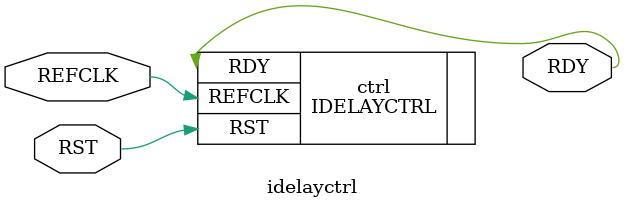
<source format=sv>

module idelayctrl #(
  parameter SIM_DEVICE = "7SERIES"
)(
  output logic RDY,
  input wire REFCLK,
  input wire RST
);

`ifdef verilator
   // This is a placeholder
   always @(posedge REFCLK or posedge RST)
     begin
	if (RST == 1'b1)
	  begin
	     RDY <= 1'b0;
	  end
	else
	  begin
	     RDY <= 1'b1;
	  end
     end
`else
   
IDELAYCTRL ctrl(.RDY, .REFCLK, .RST);
	
`endif
   
endmodule

</source>
